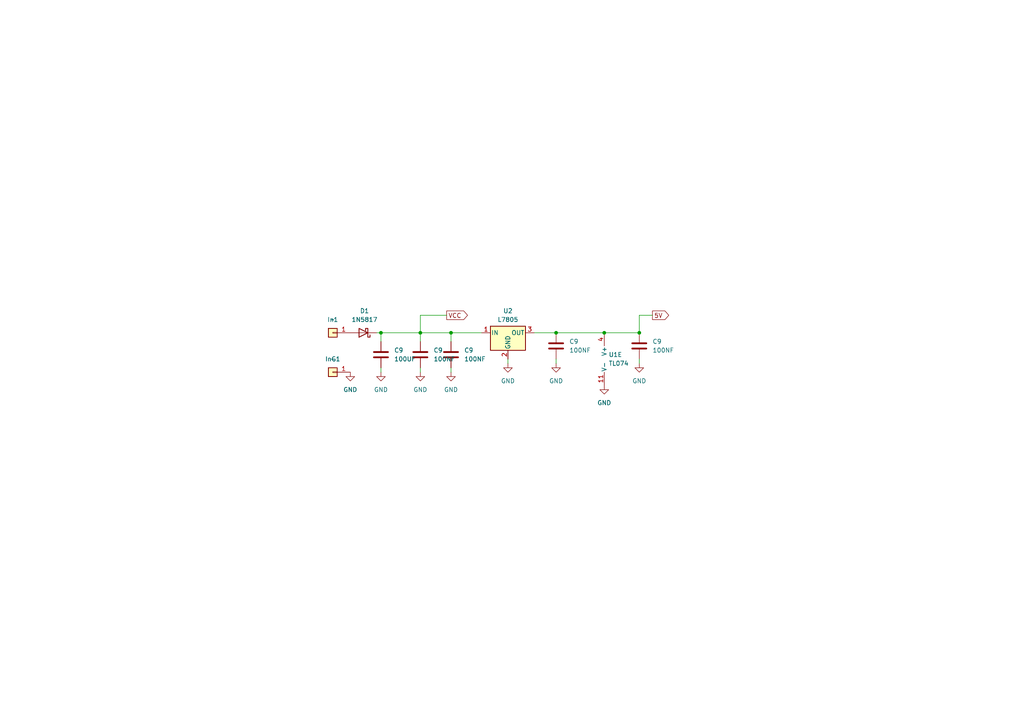
<source format=kicad_sch>
(kicad_sch (version 20230121) (generator eeschema)
  (paper "A4")
  (lib_symbols
    (symbol "Amplifier_Operational:TL074" (pin_names (offset 0.127))
      (property "Reference" "U" (at 0 5.08 0))
      (property "Value" "TL074" (at 0 -5.08 0))
      (symbol "TL074_1_1"
        (polyline (pts (xy -5.08 5.08) (xy 5.08 0) (xy -5.08 -5.08) (xy -5.08 5.08)) (stroke (width 0.254)) (fill (type background)))
        (pin output line (at 7.62 0 180) (length 2.54) (name "~") (number "1"))
        (pin input line (at -7.62 -2.54 0) (length 2.54) (name "-") (number "2"))
        (pin input line (at -7.62 2.54 0) (length 2.54) (name "+") (number "3"))
      )
      (symbol "TL074_2_1"
        (polyline (pts (xy -5.08 5.08) (xy 5.08 0) (xy -5.08 -5.08) (xy -5.08 5.08)) (stroke (width 0.254)) (fill (type background)))
        (pin input line (at -7.62 2.54 0) (length 2.54) (name "+") (number "5"))
        (pin input line (at -7.62 -2.54 0) (length 2.54) (name "-") (number "6"))
        (pin output line (at 7.62 0 180) (length 2.54) (name "~") (number "7"))
      )
      (symbol "TL074_3_1"
        (polyline (pts (xy -5.08 5.08) (xy 5.08 0) (xy -5.08 -5.08) (xy -5.08 5.08)) (stroke (width 0.254)) (fill (type background)))
        (pin input line (at -7.62 2.54 0) (length 2.54) (name "+") (number "10"))
        (pin output line (at 7.62 0 180) (length 2.54) (name "~") (number "8"))
        (pin input line (at -7.62 -2.54 0) (length 2.54) (name "-") (number "9"))
      )
      (symbol "TL074_4_1"
        (polyline (pts (xy -5.08 5.08) (xy 5.08 0) (xy -5.08 -5.08) (xy -5.08 5.08)) (stroke (width 0.254)) (fill (type background)))
        (pin input line (at -7.62 2.54 0) (length 2.54) (name "+") (number "12"))
        (pin input line (at -7.62 -2.54 0) (length 2.54) (name "-") (number "13"))
        (pin output line (at 7.62 0 180) (length 2.54) (name "~") (number "14"))
      )
      (symbol "TL074_5_1"
        (pin power_in line (at -2.54 -7.62 90) (length 3.81) (name "V-") (number "11"))
        (pin power_in line (at -2.54 7.62 270) (length 3.81) (name "V+") (number "4"))
      )
    )
    (symbol "Connector_Generic:Conn_01x01" (pin_names (offset 1.016) hide)
      (property "Reference" "J" (at 0 2.54 0))
      (property "Value" "Conn_01x01" (at 0 -2.54 0))
      (symbol "Conn_01x01_1_1"
        (rectangle (start -1.27 0.127) (end 0 -0.127) (stroke (width 0.1524)))
        (rectangle (start -1.27 1.27) (end 1.27 -1.27) (stroke (width 0.254)) (fill (type background)))
        (pin passive line (at -5.08 0 0) (length 3.81) (name "Pin_1") (number "1"))
      )
    )
    (symbol "Device:C" (pin_numbers hide) (pin_names (offset 0.254))
      (property "Reference" "C" (at 0.635 2.54 0))
      (property "Value" "C" (at 0.635 -2.54 0))
      (symbol "C_0_1"
        (polyline (pts (xy -2.032 -0.762) (xy 2.032 -0.762)) (stroke (width 0.508)))
        (polyline (pts (xy -2.032 0.762) (xy 2.032 0.762)) (stroke (width 0.508)))
      )
      (symbol "C_1_1"
        (pin passive line (at 0 3.81 270) (length 2.794) (name "~") (number "1"))
        (pin passive line (at 0 -3.81 90) (length 2.794) (name "~") (number "2"))
      )
    )
    (symbol "Diode:1N5817" (pin_numbers hide) (pin_names (offset 1.016) hide)
      (property "Reference" "D" (at 0 2.54 0))
      (property "Value" "1N5817" (at 0 -2.54 0))
      (symbol "1N5817_0_1"
        (polyline (pts (xy 1.27 0) (xy -1.27 0)))
        (polyline (pts (xy 1.27 1.27) (xy 1.27 -1.27) (xy -1.27 0) (xy 1.27 1.27)) (stroke (width 0.254)))
        (polyline (pts (xy -1.905 0.635) (xy -1.905 1.27) (xy -1.27 1.27) (xy -1.27 -1.27) (xy -0.635 -1.27) (xy -0.635 -0.635)) (stroke (width 0.254)))
      )
      (symbol "1N5817_1_1"
        (pin passive line (at -3.81 0 0) (length 2.54) (name "K") (number "1"))
        (pin passive line (at 3.81 0 180) (length 2.54) (name "A") (number "2"))
      )
    )
    (symbol "Regulator_Linear:L7805" (pin_names (offset 0.254))
      (property "Reference" "U" (at -3.81 3.175 0))
      (property "Value" "L7805" (at 0 3.175 0))
      (symbol "L7805_0_1"
        (rectangle (start -5.08 1.905) (end 5.08 -5.08) (stroke (width 0.254)) (fill (type background)))
      )
      (symbol "L7805_1_1"
        (pin power_in line (at -7.62 0 0) (length 2.54) (name "IN") (number "1"))
        (pin power_in line (at 0 -7.62 90) (length 2.54) (name "GND") (number "2"))
        (pin power_out line (at 7.62 0 180) (length 2.54) (name "OUT") (number "3"))
      )
    )
    (symbol "power:GND" (power) (pin_names (offset 0))
      (property "Value" "GND" (at 0 -3.81 0))
      (symbol "GND_0_1"
        (polyline (pts (xy 0 0) (xy 0 -1.27) (xy 1.27 -1.27) (xy 0 -2.54) (xy -1.27 -1.27) (xy 0 -1.27)))
      )
      (symbol "GND_1_1"
        (pin power_in line (at 0 0 270) (length 0) hide (name "GND") (number "1"))
      )
    )
  )
  (junction (at 130.81 96.52))
  (junction (at 175.26 96.52))
  (junction (at 121.92 96.52))
  (junction (at 185.42 96.52))
  (junction (at 161.29 96.52))
  (junction (at 110.49 96.52))
  (wire (pts (xy 121.92 96.52) (xy 130.81 96.52)))
  (wire (pts (xy 175.26 96.52) (xy 185.42 96.52)))
  (wire (pts (xy 130.81 96.52) (xy 130.81 99.06)))
  (wire (pts (xy 189.23 91.44) (xy 185.42 91.44)))
  (wire (pts (xy 130.81 106.68) (xy 130.81 107.95)))
  (wire (pts (xy 109.22 96.52) (xy 110.49 96.52)))
  (wire (pts (xy 121.92 96.52) (xy 121.92 99.06)))
  (wire (pts (xy 121.92 91.44) (xy 121.92 96.52)))
  (wire (pts (xy 185.42 91.44) (xy 185.42 96.52)))
  (wire (pts (xy 154.94 96.52) (xy 161.29 96.52)))
  (wire (pts (xy 110.49 106.68) (xy 110.49 107.95)))
  (wire (pts (xy 161.29 104.14) (xy 161.29 105.41)))
  (wire (pts (xy 121.92 91.44) (xy 129.54 91.44)))
  (wire (pts (xy 110.49 96.52) (xy 121.92 96.52)))
  (wire (pts (xy 185.42 104.14) (xy 185.42 105.41)))
  (wire (pts (xy 121.92 106.68) (xy 121.92 107.95)))
  (wire (pts (xy 130.81 96.52) (xy 139.7 96.52)))
  (wire (pts (xy 110.49 96.52) (xy 110.49 99.06)))
  (wire (pts (xy 147.32 104.14) (xy 147.32 105.41)))
  (wire (pts (xy 161.29 96.52) (xy 175.26 96.52)))
  (global_label "VCC" (shape output) (at 129.54 91.44 0) (property "Intersheetrefs" "${INTERSHEET_REFS}" (effects hide)))
  (global_label "5V" (shape output) (at 189.23 91.44 0) (property "Intersheetrefs" "${INTERSHEET_REFS}" (effects hide)))
  (symbol (lib_id "power:GND") (at 185.42 105.41 0) (unit 1)
    (property "Reference" "#PWR09" (effects hide))
    (property "Value" "GND" (at 185.42 110.49 0))
    (instances (project "DaisySeedPedal1590b" (path "" (reference "#PWR09") (unit 1))) (project "funbox_v2" (path "" (reference "#PWR019") (unit 1)) (path "" (reference "#PWR020") (unit 1))))
  )
  (symbol (lib_id "power:GND") (at 110.49 107.95 0) (unit 1)
    (property "Reference" "#PWR09" (effects hide))
    (property "Value" "GND" (at 110.49 113.03 0))
    (instances (project "DaisySeedPedal1590b" (path "" (reference "#PWR09") (unit 1))) (project "funbox_v2" (path "" (reference "#PWR014") (unit 1)) (path "" (reference "#PWR014") (unit 1))))
  )
  (symbol (lib_id "power:GND") (at 121.92 107.95 0) (unit 1)
    (property "Reference" "#PWR09" (effects hide))
    (property "Value" "GND" (at 121.92 113.03 0))
    (instances (project "DaisySeedPedal1590b" (path "" (reference "#PWR09") (unit 1))) (project "funbox_v2" (path "" (reference "#PWR015") (unit 1)) (path "" (reference "#PWR015") (unit 1))))
  )
  (symbol (lib_id "Device:C") (at 130.81 102.87 180) (unit 1)
    (property "Reference" "C9" (at 134.62 101.6 0) (effects (justify right)))
    (property "Value" "100NF" (at 134.62 104.14 0) (effects (justify right)))
    (property "Footprint" "Capacitor_THT:C_Rect_L7.0mm_W2.5mm_P5.00mm" (effects hide))
    (instances (project "DaisySeedPedal1590b" (path "" (reference "C9") (unit 1))) (project "funbox_v2" (path "" (reference "C8") (unit 1)) (path "" (reference "C8") (unit 1))))
  )
  (symbol (lib_id "power:GND") (at 175.26 111.76 0) (unit 1)
    (property "Reference" "#PWR09" (effects hide))
    (property "Value" "GND" (at 175.26 116.84 0))
    (instances (project "DaisySeedPedal1590b" (path "" (reference "#PWR09") (unit 1))) (project "funbox_v2" (path "" (reference "#PWR020") (unit 1)) (path "" (reference "#PWR019") (unit 1))))
  )
  (symbol (lib_id "Device:C") (at 110.49 102.87 180) (unit 1)
    (property "Reference" "C9" (at 114.3 101.6 0) (effects (justify right)))
    (property "Value" "100UF" (at 114.3 104.14 0) (effects (justify right)))
    (property "Footprint" "Capacitor_THT:CP_Radial_D8.0mm_P3.50mm" (effects hide))
    (instances (project "DaisySeedPedal1590b" (path "" (reference "C9") (unit 1))) (project "funbox_v2" (path "" (reference "C6") (unit 1)) (path "" (reference "C6") (unit 1))))
  )
  (symbol (lib_id "power:GND") (at 147.32 105.41 0) (unit 1)
    (property "Reference" "#PWR09" (effects hide))
    (property "Value" "GND" (at 147.32 110.49 0))
    (instances (project "DaisySeedPedal1590b" (path "" (reference "#PWR09") (unit 1))) (project "funbox_v2" (path "" (reference "#PWR017") (unit 1)) (path "" (reference "#PWR017") (unit 1))))
  )
  (symbol (lib_id "Connector_Generic:Conn_01x01") (at 96.52 107.95 180) (unit 1)
    (property "Reference" "InG1" (at 96.52 104.14 0))
    (property "Value" "~" (at 96.52 104.14 0))
    (property "Footprint" "TestPoint:TestPoint_THTPad_D2.0mm_Drill1.0mm" (effects hide))
    (instances (project "LPB1_Boost" (path "" (reference "InG1") (unit 1))) (project "funbox_v2" (path "" (reference "Gnd1") (unit 1)) (path "" (reference "InG3") (unit 1))))
  )
  (symbol (lib_id "power:GND") (at 101.6 107.95 0) (mirror y) (unit 1)
    (property "Reference" "#PWR034" (effects hide))
    (property "Value" "GND" (at 101.6 113.03 0))
    (instances (project "DaisySeedPedal1590b" (path "" (reference "#PWR034") (unit 1)) (path "" (reference "#PWR020") (unit 1))) (project "LPB1_Boost" (path "" (reference "#PWR05") (unit 1))) (project "Controls" (path "" (reference "#PWR034") (unit 1))) (project "funbox_v2" (path "" (reference "#PWR013") (unit 1)) (path "" (reference "#PWR013") (unit 1))))
  )
  (symbol (lib_id "Device:C") (at 185.42 100.33 180) (unit 1)
    (property "Reference" "C9" (at 189.23 99.06 0) (effects (justify right)))
    (property "Value" "100NF" (at 189.23 101.6 0) (effects (justify right)))
    (property "Footprint" "Capacitor_THT:C_Rect_L7.0mm_W2.5mm_P5.00mm" (effects hide))
    (instances (project "DaisySeedPedal1590b" (path "" (reference "C9") (unit 1))) (project "funbox_v2" (path "" (reference "C10") (unit 1)) (path "" (reference "C10") (unit 1))))
  )
  (symbol (lib_id "Connector_Generic:Conn_01x01") (at 96.52 96.52 180) (unit 1)
    (property "Reference" "In1" (at 96.52 92.71 0))
    (property "Value" "~" (at 96.52 92.71 0))
    (property "Footprint" "TestPoint:TestPoint_THTPad_D2.0mm_Drill1.0mm" (effects hide))
    (instances (project "LPB1_Boost" (path "" (reference "In1") (unit 1))) (project "funbox_v2" (path "" (reference "9v1") (unit 1)) (path "" (reference "In3") (unit 1))))
  )
  (symbol (lib_id "Amplifier_Operational:TL074") (at 177.8 104.14 0) (unit 5)
    (property "Reference" "U1" (at 176.53 102.87 0) (effects (justify left)))
    (property "Value" "TL074" (at 176.53 105.41 0) (effects (justify left)))
    (property "Footprint" "Package_DIP:DIP-14_W7.62mm" (effects hide))
    (property "Datasheet" "http://www.ti.com/lit/ds/symlink/tl071.pdf" (effects hide))
  )
  (symbol (lib_id "power:GND") (at 161.29 105.41 0) (unit 1)
    (property "Reference" "#PWR09" (effects hide))
    (property "Value" "GND" (at 161.29 110.49 0))
    (instances (project "DaisySeedPedal1590b" (path "" (reference "#PWR09") (unit 1))) (project "funbox_v2" (path "" (reference "#PWR018") (unit 1)) (path "" (reference "#PWR018") (unit 1))))
  )
  (symbol (lib_id "Diode:1N5817") (at 105.41 96.52 180) (unit 1)
    (property "Reference" "D1" (at 105.7275 90.17 0))
    (property "Value" "1N5817" (at 105.7275 92.71 0))
    (property "Footprint" "Diode_THT:D_DO-41_SOD81_P7.62mm_Horizontal" (effects hide))
    (property "Datasheet" "http://www.vishay.com/docs/88525/1n5817.pdf" (effects hide))
  )
  (symbol (lib_id "Device:C") (at 161.29 100.33 180) (unit 1)
    (property "Reference" "C9" (at 165.1 99.06 0) (effects (justify right)))
    (property "Value" "100NF" (at 165.1 101.6 0) (effects (justify right)))
    (property "Footprint" "Capacitor_THT:C_Rect_L7.0mm_W2.5mm_P5.00mm" (effects hide))
  )
  (symbol (lib_id "Device:C") (at 121.92 102.87 180) (unit 1)
    (property "Reference" "C9" (at 125.73 101.6 0) (effects (justify right)))
    (property "Value" "100NF" (at 125.73 104.14 0) (effects (justify right)))
    (property "Footprint" "Capacitor_THT:C_Rect_L7.0mm_W2.5mm_P5.00mm" (effects hide))
    (instances (project "DaisySeedPedal1590b" (path "" (reference "C9") (unit 1))) (project "funbox_v2" (path "" (reference "C7") (unit 1)) (path "" (reference "C7") (unit 1))))
  )
  (symbol (lib_id "power:GND") (at 130.81 107.95 0) (unit 1)
    (property "Reference" "#PWR09" (effects hide))
    (property "Value" "GND" (at 130.81 113.03 0))
    (instances (project "DaisySeedPedal1590b" (path "" (reference "#PWR09") (unit 1))) (project "funbox_v2" (path "" (reference "#PWR016") (unit 1)) (path "" (reference "#PWR016") (unit 1))))
  )
  (symbol (lib_id "Regulator_Linear:L7805") (at 147.32 96.52 0) (unit 1)
    (property "Reference" "U2" (at 147.32 90.17 0))
    (property "Value" "L7805" (at 147.32 92.71 0))
    (property "Footprint" "Package_TO_SOT_THT:TO-220-3_Vertical" (effects hide))
    (property "Datasheet" "http://www.st.com/content/ccc/resource/technical/document/datasheet/41/4f/b3/b0/12/d4/47/88/CD00000444.pdf/files/CD00000444.pdf/jcr:content/translations/en.CD00000444.pdf" (effects hide))
  )
)
</source>
